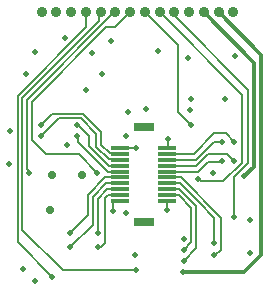
<source format=gbr>
%TF.GenerationSoftware,Altium Limited,Altium Designer,21.6.4 (81)*%
G04 Layer_Physical_Order=4*
G04 Layer_Color=16711680*
%FSLAX43Y43*%
%MOMM*%
%TF.SameCoordinates,237B7D82-E972-44EC-B40D-EB97757C63C7*%
%TF.FilePolarity,Positive*%
%TF.FileFunction,Copper,L4,Bot,Signal*%
%TF.Part,Single*%
G01*
G75*
%TA.AperFunction,Conductor*%
%ADD27C,0.200*%
%TA.AperFunction,ComponentPad*%
%ADD29C,0.900*%
%ADD30C,0.500*%
%TA.AperFunction,ViaPad*%
%ADD31C,0.700*%
%ADD32C,0.500*%
%TA.AperFunction,SMDPad,CuDef*%
%ADD33R,1.600X0.300*%
%ADD34R,1.800X0.800*%
%TA.AperFunction,Conductor*%
%ADD35C,0.350*%
D27*
X-2650Y-2325D02*
X-2600Y-2275D01*
X-2025D01*
X-2650Y-3100D02*
Y-2325D01*
X-9500Y2900D02*
X-8300Y1700D01*
X-10300Y-4700D02*
Y6484D01*
X-3789Y12996D02*
Y13586D01*
X-10300Y6484D02*
X-3789Y12996D01*
X-2897Y1775D02*
X-2075D01*
X-3625Y2503D02*
X-2897Y1775D01*
X-3625Y2503D02*
Y3600D01*
X-2075Y1775D02*
X-2025Y1725D01*
X-2956Y1268D02*
X-2068D01*
X-4025Y2337D02*
Y3434D01*
X-2068Y1268D02*
X-2025Y1225D01*
X-4025Y2337D02*
X-2956Y1268D01*
X-2035Y735D02*
X-2025Y725D01*
X-4656Y2402D02*
Y3231D01*
X-2989Y735D02*
X-2035D01*
X-4656Y2402D02*
X-2989Y735D01*
X-5618Y2768D02*
X-3075Y225D01*
X-2025D01*
X1975Y-1775D02*
X2000Y-1800D01*
X2925D01*
X4000Y-2875D01*
Y-5750D02*
Y-2875D01*
X3031Y-775D02*
X4725Y-2469D01*
X1975Y-775D02*
X3031D01*
X1975Y-275D02*
X3097D01*
X6500Y-3678D01*
X-9900Y467D02*
X-9700Y267D01*
X-9900Y467D02*
Y6319D01*
X-3300Y-2016D02*
X-3059Y-1775D01*
X-3300Y-5800D02*
Y-2016D01*
X-3643Y-6143D02*
X-3300Y-5800D01*
X-3059Y-1775D02*
X-2025D01*
X3350Y-6400D02*
X4000Y-5750D01*
X3350Y-7325D02*
X4400Y-6275D01*
X3116Y-1425D02*
X4400Y-2709D01*
Y-6275D02*
Y-2709D01*
X75Y13700D02*
X2850Y10925D01*
Y5250D02*
Y10925D01*
X-9500Y2900D02*
Y6153D01*
X-3221Y12432D01*
X-2444D01*
X8275Y975D02*
Y6750D01*
X4817Y-600D02*
X6700D01*
X8275Y975D01*
X7625Y-275D02*
X8842Y942D01*
X7625Y-3600D02*
Y-275D01*
X8842Y942D02*
Y7158D01*
X-9900Y6319D02*
X-2519Y13700D01*
X-2425D01*
X5950Y3450D02*
X6900D01*
X7600Y2750D01*
X5400Y1075D02*
X6550D01*
X6575Y1100D01*
X5416Y1700D02*
X7000D01*
X7600Y1100D01*
X-5675Y3225D02*
X-5618Y3168D01*
X-8725Y4150D02*
X-7750Y5125D01*
X-3925Y-6200D02*
X-3868Y-6143D01*
X-3643D01*
X-4350Y-4300D02*
Y-1925D01*
X-6250Y-6200D02*
X-4350Y-4300D01*
X-3925Y-2075D02*
X-3125Y-1275D01*
X-3925Y-5025D02*
Y-2075D01*
X-4750Y-1725D02*
X-3300Y-275D01*
X-4750Y-3434D02*
Y-1725D01*
X-6250Y-4934D02*
X-4750Y-3434D01*
X-6850Y-8150D02*
X-675D01*
X-10300Y-4700D02*
X-6850Y-8150D01*
X-10700Y-5775D02*
Y6650D01*
Y-5775D02*
X-7750Y-8725D01*
X1325Y13700D02*
X8275Y6750D01*
X2709Y13291D02*
Y13566D01*
Y13291D02*
X8842Y7158D01*
X2575Y13700D02*
X2709Y13566D01*
X2850Y5250D02*
X3950Y4150D01*
X-2444Y12432D02*
X-1175Y13700D01*
X-10700Y6650D02*
X-4925Y12425D01*
Y13700D01*
X4550Y225D02*
X5400Y1075D01*
X4441Y725D02*
X5416Y1700D01*
X4550Y-400D02*
X4617D01*
X4817Y-600D01*
X-3789Y13586D02*
X-3675Y13700D01*
X2025Y2275D02*
Y3000D01*
X1975Y2225D02*
X2025Y2275D01*
X-2025Y2225D02*
X-650D01*
X-2025Y2225D02*
X-2025Y2225D01*
X-8300Y1700D02*
X-5525D01*
X-3950Y125D01*
X-3125Y-1275D02*
X-2025D01*
X-4350Y-1925D02*
X-3200Y-775D01*
X-2025D01*
X-6250Y-5000D02*
Y-4934D01*
X-3300Y-275D02*
X-2025D01*
X-5618Y2768D02*
Y3168D01*
X-5316Y4725D02*
X-4025Y3434D01*
X-7175Y4725D02*
X-5316D01*
X-8700Y3200D02*
X-7175Y4725D01*
X-5150Y5125D02*
X-3625Y3600D01*
X-7750Y5125D02*
X-5150D01*
X-5625Y4200D02*
X-4656Y3231D01*
X1975Y225D02*
X4550D01*
X1975Y725D02*
X4441D01*
X1975Y1225D02*
X4375D01*
X5900Y2750D01*
X1975Y1725D02*
X4225D01*
X5950Y3450D01*
X6500Y-6375D02*
Y-3678D01*
X6025Y-6850D02*
X6500Y-6375D01*
X4725Y-2469D02*
Y-2469D01*
X5925Y-5825D02*
Y-3669D01*
X4725Y-2469D02*
X5925Y-3669D01*
X2966Y-1275D02*
X3116Y-1425D01*
X3116D01*
X1975Y-1275D02*
X2966D01*
X1975Y-2275D02*
X1975D01*
X1925Y-2325D02*
X1975Y-2275D01*
X1925Y-3025D02*
Y-2325D01*
X5900Y2750D02*
X6575D01*
D29*
X-8675Y13700D02*
D03*
X-7425D02*
D03*
X-6175D02*
D03*
X-4925D02*
D03*
X-3675D02*
D03*
X-2425D02*
D03*
X-1175D02*
D03*
X75D02*
D03*
X1325D02*
D03*
X2575D02*
D03*
X3825D02*
D03*
X5075D02*
D03*
X6325D02*
D03*
X7575D02*
D03*
D30*
X-1525Y3275D02*
D03*
Y-3325D02*
D03*
D31*
X-7800Y-50D02*
D03*
X-5250Y-50D02*
D03*
X-8000Y-3000D02*
D03*
D32*
X-2650Y-3100D02*
D03*
X-9700Y125D02*
D03*
X-6500Y2500D02*
D03*
X-11375Y3625D02*
D03*
X3950Y4150D02*
D03*
X-2825Y11250D02*
D03*
X-4900Y7150D02*
D03*
X-4400Y10250D02*
D03*
X-6650Y11500D02*
D03*
X-10250Y-8000D02*
D03*
X7675Y10050D02*
D03*
X8500Y-175D02*
D03*
X7600Y1100D02*
D03*
X6575D02*
D03*
X7625Y-3600D02*
D03*
X3925Y5400D02*
D03*
X-9225Y-9050D02*
D03*
X3325Y-8250D02*
D03*
X2025Y3000D02*
D03*
X-650Y2225D02*
D03*
X-3950Y125D02*
D03*
X4550Y-400D02*
D03*
X-3600Y8450D02*
D03*
X1925Y-3025D02*
D03*
X-10025Y8475D02*
D03*
X-1350Y5250D02*
D03*
X150Y5500D02*
D03*
X-9250Y10325D02*
D03*
X-5675Y4200D02*
D03*
X1175Y10400D02*
D03*
X3700Y9875D02*
D03*
X3950Y6350D02*
D03*
X6875Y6375D02*
D03*
X-675Y-8150D02*
D03*
X-7750Y-8725D02*
D03*
X-750Y-6825D02*
D03*
X3350Y-7325D02*
D03*
Y-6400D02*
D03*
Y-5450D02*
D03*
X5875Y100D02*
D03*
X-5675Y3200D02*
D03*
X-8700Y4200D02*
D03*
Y3200D02*
D03*
X-11400Y850D02*
D03*
X8950Y-6650D02*
D03*
X8950Y-3900D02*
D03*
X6575Y2750D02*
D03*
X7600D02*
D03*
X5925Y-6850D02*
D03*
Y-5825D02*
D03*
X-6250Y-5000D02*
D03*
Y-6200D02*
D03*
X-3925D02*
D03*
Y-5000D02*
D03*
D33*
X1975Y2225D02*
D03*
Y-2275D02*
D03*
Y-1775D02*
D03*
Y-1275D02*
D03*
Y-775D02*
D03*
Y-275D02*
D03*
Y225D02*
D03*
Y725D02*
D03*
Y1225D02*
D03*
Y1725D02*
D03*
X-2025Y-2275D02*
D03*
Y-1775D02*
D03*
Y-1275D02*
D03*
Y-775D02*
D03*
Y-275D02*
D03*
Y225D02*
D03*
Y725D02*
D03*
Y1225D02*
D03*
Y1725D02*
D03*
Y2225D02*
D03*
D34*
X-25Y-4025D02*
D03*
Y3975D02*
D03*
D35*
X9900Y-6850D02*
Y10125D01*
X6325Y13700D02*
X9900Y10125D01*
X8500Y-8250D02*
X9900Y-6850D01*
X3325Y-8250D02*
X8500D01*
X8500Y-175D02*
X9317Y642D01*
X5075Y13700D02*
X9317Y9458D01*
Y642D02*
Y9458D01*
%TF.MD5,7354bce6384f1635a8a0e3d70e29336d*%
M02*

</source>
